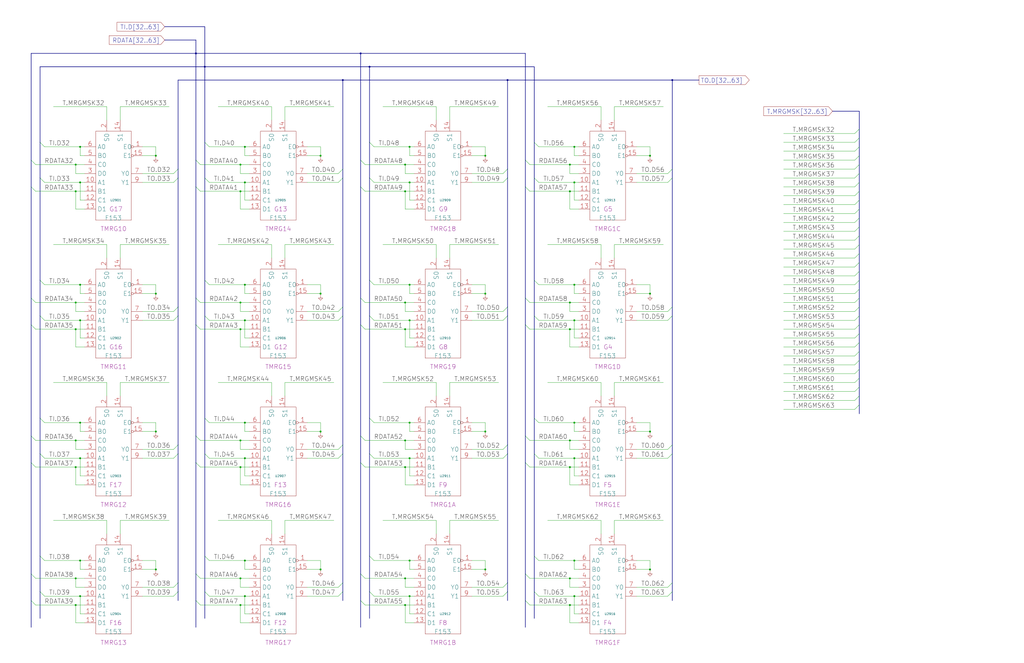
<source format=kicad_sch>
(kicad_sch (version 20250114) (generator "eeschema") (generator_version "9.0")
  (paper "User" 584.2 378.46)
  (title_block (title "MERGER / TYPE HALF LSB'S") (date "20-MAR-90") (rev "1.0") (comment 1 "FIU") (comment 2 "232-003065") (comment 3 "S400") (comment 4 "RELEASED"))
  (junction (at 45.72 162.56))
  (junction (at 276.86 246.38))
  (junction (at 43.18 330.2))
  (junction (at 231.14 251.46))
  (junction (at 45.72 261.62))
  (junction (at 139.7 320.04))
  (junction (at 137.16 330.2))
  (junction (at 88.9 246.38))
  (junction (at 327.66 182.88))
  (junction (at 116.84 38.1))
  (junction (at 233.68 162.56))
  (junction (at 231.14 330.2))
  (junction (at 276.86 167.64))
  (junction (at 137.16 109.22))
  (junction (at 182.88 325.12))
  (junction (at 45.72 182.88))
  (junction (at 325.12 251.46))
  (junction (at 231.14 266.7))
  (junction (at 88.9 88.9))
  (junction (at 43.18 109.22))
  (junction (at 43.18 345.44))
  (junction (at 45.72 104.14))
  (junction (at 289.56 45.72))
  (junction (at 233.68 83.82))
  (junction (at 231.14 93.98))
  (junction (at 139.7 104.14))
  (junction (at 43.18 251.46))
  (junction (at 195.58 45.72))
  (junction (at 139.7 241.3))
  (junction (at 370.84 325.12))
  (junction (at 88.9 325.12))
  (junction (at 327.66 83.82))
  (junction (at 325.12 187.96))
  (junction (at 139.7 261.62))
  (junction (at 383.54 45.72))
  (junction (at 276.86 88.9))
  (junction (at 43.18 187.96))
  (junction (at 45.72 320.04))
  (junction (at 327.66 104.14))
  (junction (at 231.14 187.96))
  (junction (at 139.7 162.56))
  (junction (at 137.16 187.96))
  (junction (at 325.12 330.2))
  (junction (at 233.68 104.14))
  (junction (at 205.74 30.48))
  (junction (at 88.9 167.64))
  (junction (at 325.12 93.98))
  (junction (at 137.16 345.44))
  (junction (at 137.16 172.72))
  (junction (at 137.16 266.7))
  (junction (at 370.84 167.64))
  (junction (at 139.7 182.88))
  (junction (at 327.66 261.62))
  (junction (at 327.66 162.56))
  (junction (at 182.88 246.38))
  (junction (at 233.68 182.88))
  (junction (at 327.66 320.04))
  (junction (at 327.66 340.36))
  (junction (at 139.7 340.36))
  (junction (at 139.7 83.82))
  (junction (at 325.12 172.72))
  (junction (at 210.82 38.1))
  (junction (at 231.14 172.72))
  (junction (at 233.68 320.04))
  (junction (at 231.14 109.22))
  (junction (at 325.12 266.7))
  (junction (at 325.12 109.22))
  (junction (at 45.72 340.36))
  (junction (at 111.76 30.48))
  (junction (at 276.86 325.12))
  (junction (at 182.88 88.9))
  (junction (at 45.72 241.3))
  (junction (at 231.14 345.44))
  (junction (at 233.68 340.36))
  (junction (at 233.68 241.3))
  (junction (at 370.84 246.38))
  (junction (at 137.16 251.46))
  (junction (at 233.68 261.62))
  (junction (at 43.18 172.72))
  (junction (at 182.88 167.64))
  (junction (at 45.72 83.82))
  (junction (at 327.66 241.3))
  (junction (at 43.18 93.98))
  (junction (at 43.18 266.7))
  (junction (at 370.84 88.9))
  (junction (at 325.12 345.44))
  (junction (at 137.16 93.98))
  (bus_entry (at 111.76 185.42) (size 2.54 2.54))
  (bus_entry (at 101.6 259.08) (size -2.54 2.54))
  (bus_entry (at 299.72 327.66) (size 2.54 2.54))
  (bus_entry (at 490.22 134.62) (size -2.54 2.54))
  (bus_entry (at 210.82 238.76) (size 2.54 2.54))
  (bus_entry (at 490.22 175.26) (size -2.54 2.54))
  (bus_entry (at 304.8 101.6) (size 2.54 2.54))
  (bus_entry (at 116.84 337.82) (size 2.54 2.54))
  (bus_entry (at 205.74 248.92) (size 2.54 2.54))
  (bus_entry (at 304.8 238.76) (size 2.54 2.54))
  (bus_entry (at 490.22 99.06) (size -2.54 2.54))
  (bus_entry (at 17.78 342.9) (size 2.54 2.54))
  (bus_entry (at 490.22 73.66) (size -2.54 2.54))
  (bus_entry (at 195.58 259.08) (size -2.54 2.54))
  (bus_entry (at 210.82 337.82) (size 2.54 2.54))
  (bus_entry (at 111.76 342.9) (size 2.54 2.54))
  (bus_entry (at 205.74 170.18) (size 2.54 2.54))
  (bus_entry (at 195.58 101.6) (size -2.54 2.54))
  (bus_entry (at 111.76 91.44) (size 2.54 2.54))
  (bus_entry (at 490.22 185.42) (size -2.54 2.54))
  (bus_entry (at 210.82 160.02) (size 2.54 2.54))
  (bus_entry (at 205.74 327.66) (size 2.54 2.54))
  (bus_entry (at 299.72 170.18) (size 2.54 2.54))
  (bus_entry (at 383.54 254) (size -2.54 2.54))
  (bus_entry (at 289.56 180.34) (size -2.54 2.54))
  (bus_entry (at 111.76 106.68) (size 2.54 2.54))
  (bus_entry (at 210.82 259.08) (size 2.54 2.54))
  (bus_entry (at 17.78 170.18) (size 2.54 2.54))
  (bus_entry (at 111.76 248.92) (size 2.54 2.54))
  (bus_entry (at 22.86 101.6) (size 2.54 2.54))
  (bus_entry (at 101.6 254) (size -2.54 2.54))
  (bus_entry (at 490.22 154.94) (size -2.54 2.54))
  (bus_entry (at 490.22 205.74) (size -2.54 2.54))
  (bus_entry (at 490.22 160.02) (size -2.54 2.54))
  (bus_entry (at 205.74 264.16) (size 2.54 2.54))
  (bus_entry (at 490.22 78.74) (size -2.54 2.54))
  (bus_entry (at 490.22 215.9) (size -2.54 2.54))
  (bus_entry (at 490.22 104.14) (size -2.54 2.54))
  (bus_entry (at 111.76 264.16) (size 2.54 2.54))
  (bus_entry (at 101.6 332.74) (size -2.54 2.54))
  (bus_entry (at 205.74 106.68) (size 2.54 2.54))
  (bus_entry (at 17.78 185.42) (size 2.54 2.54))
  (bus_entry (at 490.22 88.9) (size -2.54 2.54))
  (bus_entry (at 22.86 337.82) (size 2.54 2.54))
  (bus_entry (at 490.22 124.46) (size -2.54 2.54))
  (bus_entry (at 490.22 180.34) (size -2.54 2.54))
  (bus_entry (at 17.78 248.92) (size 2.54 2.54))
  (bus_entry (at 289.56 259.08) (size -2.54 2.54))
  (bus_entry (at 210.82 101.6) (size 2.54 2.54))
  (bus_entry (at 299.72 91.44) (size 2.54 2.54))
  (bus_entry (at 22.86 259.08) (size 2.54 2.54))
  (bus_entry (at 383.54 180.34) (size -2.54 2.54))
  (bus_entry (at 195.58 337.82) (size -2.54 2.54))
  (bus_entry (at 111.76 170.18) (size 2.54 2.54))
  (bus_entry (at 490.22 114.3) (size -2.54 2.54))
  (bus_entry (at 17.78 264.16) (size 2.54 2.54))
  (bus_entry (at 299.72 342.9) (size 2.54 2.54))
  (bus_entry (at 195.58 254) (size -2.54 2.54))
  (bus_entry (at 22.86 160.02) (size 2.54 2.54))
  (bus_entry (at 101.6 337.82) (size -2.54 2.54))
  (bus_entry (at 383.54 101.6) (size -2.54 2.54))
  (bus_entry (at 210.82 180.34) (size 2.54 2.54))
  (bus_entry (at 490.22 83.82) (size -2.54 2.54))
  (bus_entry (at 490.22 144.78) (size -2.54 2.54))
  (bus_entry (at 17.78 327.66) (size 2.54 2.54))
  (bus_entry (at 383.54 96.52) (size -2.54 2.54))
  (bus_entry (at 299.72 185.42) (size 2.54 2.54))
  (bus_entry (at 22.86 180.34) (size 2.54 2.54))
  (bus_entry (at 289.56 175.26) (size -2.54 2.54))
  (bus_entry (at 490.22 170.18) (size -2.54 2.54))
  (bus_entry (at 304.8 317.5) (size 2.54 2.54))
  (bus_entry (at 490.22 119.38) (size -2.54 2.54))
  (bus_entry (at 22.86 238.76) (size 2.54 2.54))
  (bus_entry (at 116.84 81.28) (size 2.54 2.54))
  (bus_entry (at 111.76 327.66) (size 2.54 2.54))
  (bus_entry (at 116.84 238.76) (size 2.54 2.54))
  (bus_entry (at 205.74 342.9) (size 2.54 2.54))
  (bus_entry (at 195.58 332.74) (size -2.54 2.54))
  (bus_entry (at 289.56 337.82) (size -2.54 2.54))
  (bus_entry (at 490.22 210.82) (size -2.54 2.54))
  (bus_entry (at 101.6 175.26) (size -2.54 2.54))
  (bus_entry (at 490.22 109.22) (size -2.54 2.54))
  (bus_entry (at 101.6 96.52) (size -2.54 2.54))
  (bus_entry (at 490.22 220.98) (size -2.54 2.54))
  (bus_entry (at 490.22 231.14) (size -2.54 2.54))
  (bus_entry (at 195.58 175.26) (size -2.54 2.54))
  (bus_entry (at 490.22 190.5) (size -2.54 2.54))
  (bus_entry (at 101.6 180.34) (size -2.54 2.54))
  (bus_entry (at 210.82 81.28) (size 2.54 2.54))
  (bus_entry (at 299.72 248.92) (size 2.54 2.54))
  (bus_entry (at 22.86 317.5) (size 2.54 2.54))
  (bus_entry (at 304.8 81.28) (size 2.54 2.54))
  (bus_entry (at 116.84 317.5) (size 2.54 2.54))
  (bus_entry (at 299.72 264.16) (size 2.54 2.54))
  (bus_entry (at 383.54 175.26) (size -2.54 2.54))
  (bus_entry (at 17.78 91.44) (size 2.54 2.54))
  (bus_entry (at 304.8 259.08) (size 2.54 2.54))
  (bus_entry (at 289.56 332.74) (size -2.54 2.54))
  (bus_entry (at 299.72 106.68) (size 2.54 2.54))
  (bus_entry (at 195.58 96.52) (size -2.54 2.54))
  (bus_entry (at 490.22 93.98) (size -2.54 2.54))
  (bus_entry (at 490.22 226.06) (size -2.54 2.54))
  (bus_entry (at 289.56 101.6) (size -2.54 2.54))
  (bus_entry (at 304.8 337.82) (size 2.54 2.54))
  (bus_entry (at 490.22 200.66) (size -2.54 2.54))
  (bus_entry (at 490.22 129.54) (size -2.54 2.54))
  (bus_entry (at 383.54 259.08) (size -2.54 2.54))
  (bus_entry (at 116.84 160.02) (size 2.54 2.54))
  (bus_entry (at 205.74 185.42) (size 2.54 2.54))
  (bus_entry (at 490.22 165.1) (size -2.54 2.54))
  (bus_entry (at 490.22 139.7) (size -2.54 2.54))
  (bus_entry (at 289.56 254) (size -2.54 2.54))
  (bus_entry (at 289.56 96.52) (size -2.54 2.54))
  (bus_entry (at 22.86 81.28) (size 2.54 2.54))
  (bus_entry (at 304.8 160.02) (size 2.54 2.54))
  (bus_entry (at 116.84 101.6) (size 2.54 2.54))
  (bus_entry (at 383.54 332.74) (size -2.54 2.54))
  (bus_entry (at 490.22 149.86) (size -2.54 2.54))
  (bus_entry (at 116.84 180.34) (size 2.54 2.54))
  (bus_entry (at 210.82 317.5) (size 2.54 2.54))
  (bus_entry (at 116.84 259.08) (size 2.54 2.54))
  (bus_entry (at 490.22 195.58) (size -2.54 2.54))
  (bus_entry (at 195.58 180.34) (size -2.54 2.54))
  (bus_entry (at 383.54 337.82) (size -2.54 2.54))
  (bus_entry (at 304.8 180.34) (size 2.54 2.54))
  (bus_entry (at 101.6 101.6) (size -2.54 2.54))
  (bus_entry (at 17.78 106.68) (size 2.54 2.54))
  (bus_entry (at 205.74 91.44) (size 2.54 2.54))
  (wire (pts (xy 139.7 241.3) (xy 142.24 241.3)))
  (bus (pts (xy 289.56 180.34) (xy 289.56 254)))
  (wire (pts (xy 256.54 297.18) (xy 284.48 297.18)))
  (bus (pts (xy 289.56 332.74) (xy 289.56 337.82)))
  (wire (pts (xy 325.12 177.8) (xy 325.12 172.72)))
  (wire (pts (xy 269.24 340.36) (xy 287.02 340.36)))
  (bus (pts (xy 490.22 139.7) (xy 490.22 144.78)))
  (wire (pts (xy 68.58 147.32) (xy 68.58 139.7)))
  (wire (pts (xy 68.58 139.7) (xy 96.52 139.7)))
  (wire (pts (xy 256.54 304.8) (xy 256.54 297.18)))
  (bus (pts (xy 22.86 180.34) (xy 22.86 238.76)))
  (wire (pts (xy 447.04 177.8) (xy 487.68 177.8)))
  (wire (pts (xy 43.18 172.72) (xy 48.26 172.72)))
  (wire (pts (xy 236.22 256.54) (xy 231.14 256.54)))
  (bus (pts (xy 383.54 101.6) (xy 383.54 175.26)))
  (wire (pts (xy 20.32 93.98) (xy 43.18 93.98)))
  (wire (pts (xy 269.24 104.14) (xy 287.02 104.14)))
  (wire (pts (xy 20.32 172.72) (xy 43.18 172.72)))
  (wire (pts (xy 327.66 241.3) (xy 330.2 241.3)))
  (wire (pts (xy 233.68 88.9) (xy 233.68 83.82)))
  (wire (pts (xy 68.58 60.96) (xy 96.52 60.96)))
  (wire (pts (xy 60.96 147.32) (xy 60.96 139.7)))
  (bus (pts (xy 17.78 342.9) (xy 17.78 358.14)))
  (wire (pts (xy 302.26 187.96) (xy 325.12 187.96)))
  (wire (pts (xy 208.28 109.22) (xy 231.14 109.22)))
  (bus (pts (xy 22.86 38.1) (xy 116.84 38.1)))
  (wire (pts (xy 307.34 162.56) (xy 327.66 162.56)))
  (wire (pts (xy 139.7 325.12) (xy 139.7 320.04)))
  (wire (pts (xy 175.26 99.06) (xy 193.04 99.06)))
  (bus (pts (xy 490.22 124.46) (xy 490.22 129.54)))
  (wire (pts (xy 233.68 261.62) (xy 236.22 261.62)))
  (wire (pts (xy 302.26 266.7) (xy 325.12 266.7)))
  (wire (pts (xy 208.28 266.7) (xy 231.14 266.7)))
  (wire (pts (xy 142.24 167.64) (xy 139.7 167.64)))
  (bus (pts (xy 195.58 180.34) (xy 195.58 254)))
  (wire (pts (xy 233.68 320.04) (xy 236.22 320.04)))
  (wire (pts (xy 45.72 162.56) (xy 48.26 162.56)))
  (wire (pts (xy 327.66 182.88) (xy 330.2 182.88)))
  (wire (pts (xy 137.16 266.7) (xy 142.24 266.7)))
  (wire (pts (xy 45.72 340.36) (xy 48.26 340.36)))
  (wire (pts (xy 43.18 109.22) (xy 48.26 109.22)))
  (wire (pts (xy 43.18 266.7) (xy 48.26 266.7)))
  (wire (pts (xy 45.72 88.9) (xy 45.72 83.82)))
  (bus (pts (xy 17.78 91.44) (xy 17.78 106.68)))
  (wire (pts (xy 248.92 304.8) (xy 248.92 297.18)))
  (bus (pts (xy 490.22 154.94) (xy 490.22 160.02)))
  (wire (pts (xy 81.28 167.64) (xy 88.9 167.64)))
  (wire (pts (xy 236.22 119.38) (xy 231.14 119.38)))
  (wire (pts (xy 447.04 86.36) (xy 487.68 86.36)))
  (bus (pts (xy 490.22 149.86) (xy 490.22 154.94)))
  (wire (pts (xy 236.22 276.86) (xy 231.14 276.86)))
  (bus (pts (xy 22.86 160.02) (xy 22.86 180.34)))
  (bus (pts (xy 289.56 337.82) (xy 289.56 342.9)))
  (wire (pts (xy 327.66 104.14) (xy 330.2 104.14)))
  (wire (pts (xy 218.44 60.96) (xy 248.92 60.96)))
  (wire (pts (xy 45.72 246.38) (xy 45.72 241.3)))
  (wire (pts (xy 137.16 187.96) (xy 142.24 187.96)))
  (wire (pts (xy 325.12 119.38) (xy 325.12 109.22)))
  (wire (pts (xy 162.56 218.44) (xy 190.5 218.44)))
  (wire (pts (xy 20.32 266.7) (xy 43.18 266.7)))
  (wire (pts (xy 269.24 182.88) (xy 287.02 182.88)))
  (wire (pts (xy 139.7 350.52) (xy 139.7 340.36)))
  (bus (pts (xy 210.82 317.5) (xy 210.82 337.82)))
  (wire (pts (xy 327.66 193.04) (xy 327.66 182.88)))
  (wire (pts (xy 142.24 114.3) (xy 139.7 114.3)))
  (wire (pts (xy 119.38 162.56) (xy 139.7 162.56)))
  (wire (pts (xy 370.84 83.82) (xy 370.84 88.9)))
  (wire (pts (xy 447.04 91.44) (xy 487.68 91.44)))
  (bus (pts (xy 490.22 215.9) (xy 490.22 220.98)))
  (bus (pts (xy 22.86 238.76) (xy 22.86 259.08)))
  (wire (pts (xy 81.28 246.38) (xy 88.9 246.38)))
  (bus (pts (xy 490.22 83.82) (xy 490.22 88.9)))
  (wire (pts (xy 182.88 241.3) (xy 182.88 246.38)))
  (wire (pts (xy 447.04 182.88) (xy 487.68 182.88)))
  (wire (pts (xy 447.04 116.84) (xy 487.68 116.84)))
  (wire (pts (xy 162.56 297.18) (xy 190.5 297.18)))
  (wire (pts (xy 330.2 335.28) (xy 325.12 335.28)))
  (bus (pts (xy 210.82 38.1) (xy 210.82 81.28)))
  (bus (pts (xy 101.6 254) (xy 101.6 259.08)))
  (wire (pts (xy 43.18 276.86) (xy 43.18 266.7)))
  (wire (pts (xy 248.92 226.06) (xy 248.92 218.44)))
  (bus (pts (xy 490.22 109.22) (xy 490.22 114.3)))
  (wire (pts (xy 60.96 68.58) (xy 60.96 60.96)))
  (wire (pts (xy 25.4 320.04) (xy 45.72 320.04)))
  (wire (pts (xy 350.52 226.06) (xy 350.52 218.44)))
  (bus (pts (xy 304.8 259.08) (xy 304.8 317.5)))
  (wire (pts (xy 137.16 335.28) (xy 137.16 330.2)))
  (wire (pts (xy 363.22 104.14) (xy 381 104.14)))
  (bus (pts (xy 93.98 15.24) (xy 116.84 15.24)))
  (bus (pts (xy 490.22 231.14) (xy 490.22 236.22)))
  (bus (pts (xy 205.74 327.66) (xy 205.74 342.9)))
  (wire (pts (xy 236.22 350.52) (xy 233.68 350.52)))
  (bus (pts (xy 116.84 160.02) (xy 116.84 180.34)))
  (bus (pts (xy 17.78 185.42) (xy 17.78 248.92)))
  (bus (pts (xy 17.78 327.66) (xy 17.78 342.9)))
  (bus (pts (xy 210.82 81.28) (xy 210.82 101.6)))
  (bus (pts (xy 210.82 38.1) (xy 304.8 38.1)))
  (wire (pts (xy 114.3 109.22) (xy 137.16 109.22)))
  (wire (pts (xy 48.26 99.06) (xy 43.18 99.06)))
  (wire (pts (xy 269.24 325.12) (xy 276.86 325.12)))
  (wire (pts (xy 276.86 241.3) (xy 276.86 246.38)))
  (wire (pts (xy 302.26 109.22) (xy 325.12 109.22)))
  (wire (pts (xy 20.32 251.46) (xy 43.18 251.46)))
  (wire (pts (xy 302.26 330.2) (xy 325.12 330.2)))
  (wire (pts (xy 236.22 88.9) (xy 233.68 88.9)))
  (wire (pts (xy 307.34 241.3) (xy 327.66 241.3)))
  (wire (pts (xy 43.18 256.54) (xy 43.18 251.46)))
  (wire (pts (xy 256.54 226.06) (xy 256.54 218.44)))
  (wire (pts (xy 25.4 162.56) (xy 45.72 162.56)))
  (wire (pts (xy 162.56 139.7) (xy 190.5 139.7)))
  (wire (pts (xy 137.16 256.54) (xy 137.16 251.46)))
  (wire (pts (xy 363.22 167.64) (xy 370.84 167.64)))
  (wire (pts (xy 233.68 271.78) (xy 233.68 261.62)))
  (wire (pts (xy 325.12 335.28) (xy 325.12 330.2)))
  (bus (pts (xy 490.22 99.06) (xy 490.22 104.14)))
  (bus (pts (xy 111.76 30.48) (xy 205.74 30.48)))
  (wire (pts (xy 330.2 119.38) (xy 325.12 119.38)))
  (wire (pts (xy 363.22 162.56) (xy 370.84 162.56)))
  (wire (pts (xy 327.66 162.56) (xy 330.2 162.56)))
  (wire (pts (xy 208.28 330.2) (xy 231.14 330.2)))
  (wire (pts (xy 142.24 325.12) (xy 139.7 325.12)))
  (wire (pts (xy 182.88 320.04) (xy 182.88 325.12)))
  (bus (pts (xy 304.8 238.76) (xy 304.8 259.08)))
  (bus (pts (xy 490.22 170.18) (xy 490.22 175.26)))
  (wire (pts (xy 269.24 167.64) (xy 276.86 167.64)))
  (wire (pts (xy 363.22 241.3) (xy 370.84 241.3)))
  (bus (pts (xy 111.76 30.48) (xy 111.76 91.44)))
  (wire (pts (xy 233.68 162.56) (xy 236.22 162.56)))
  (wire (pts (xy 312.42 139.7) (xy 342.9 139.7)))
  (bus (pts (xy 195.58 337.82) (xy 195.58 342.9)))
  (wire (pts (xy 447.04 142.24) (xy 487.68 142.24)))
  (wire (pts (xy 218.44 297.18) (xy 248.92 297.18)))
  (bus (pts (xy 299.72 342.9) (xy 299.72 358.14)))
  (wire (pts (xy 137.16 251.46) (xy 142.24 251.46)))
  (wire (pts (xy 447.04 132.08) (xy 487.68 132.08)))
  (wire (pts (xy 137.16 99.06) (xy 137.16 93.98)))
  (bus (pts (xy 195.58 332.74) (xy 195.58 337.82)))
  (wire (pts (xy 208.28 172.72) (xy 231.14 172.72)))
  (wire (pts (xy 162.56 68.58) (xy 162.56 60.96)))
  (wire (pts (xy 447.04 106.68) (xy 487.68 106.68)))
  (wire (pts (xy 330.2 167.64) (xy 327.66 167.64)))
  (wire (pts (xy 175.26 246.38) (xy 182.88 246.38)))
  (wire (pts (xy 124.46 60.96) (xy 154.94 60.96)))
  (wire (pts (xy 447.04 218.44) (xy 487.68 218.44)))
  (bus (pts (xy 22.86 81.28) (xy 22.86 101.6)))
  (wire (pts (xy 182.88 83.82) (xy 182.88 88.9)))
  (wire (pts (xy 81.28 177.8) (xy 99.06 177.8)))
  (wire (pts (xy 43.18 345.44) (xy 48.26 345.44)))
  (bus (pts (xy 111.76 327.66) (xy 111.76 342.9)))
  (wire (pts (xy 363.22 325.12) (xy 370.84 325.12)))
  (wire (pts (xy 137.16 109.22) (xy 142.24 109.22)))
  (bus (pts (xy 116.84 15.24) (xy 116.84 38.1)))
  (wire (pts (xy 447.04 228.6) (xy 487.68 228.6)))
  (wire (pts (xy 45.72 114.3) (xy 45.72 104.14)))
  (bus (pts (xy 490.22 185.42) (xy 490.22 190.5)))
  (wire (pts (xy 276.86 162.56) (xy 276.86 167.64)))
  (wire (pts (xy 81.28 104.14) (xy 99.06 104.14)))
  (wire (pts (xy 307.34 83.82) (xy 327.66 83.82)))
  (wire (pts (xy 137.16 93.98) (xy 142.24 93.98)))
  (wire (pts (xy 43.18 93.98) (xy 48.26 93.98)))
  (bus (pts (xy 116.84 38.1) (xy 210.82 38.1)))
  (wire (pts (xy 363.22 88.9) (xy 370.84 88.9)))
  (wire (pts (xy 236.22 177.8) (xy 231.14 177.8)))
  (wire (pts (xy 307.34 261.62) (xy 327.66 261.62)))
  (wire (pts (xy 137.16 119.38) (xy 137.16 109.22)))
  (wire (pts (xy 302.26 172.72) (xy 325.12 172.72)))
  (bus (pts (xy 383.54 180.34) (xy 383.54 254)))
  (bus (pts (xy 195.58 96.52) (xy 195.58 101.6)))
  (wire (pts (xy 25.4 241.3) (xy 45.72 241.3)))
  (bus (pts (xy 490.22 114.3) (xy 490.22 119.38)))
  (wire (pts (xy 119.38 320.04) (xy 139.7 320.04)))
  (wire (pts (xy 231.14 330.2) (xy 236.22 330.2)))
  (bus (pts (xy 101.6 101.6) (xy 101.6 175.26)))
  (wire (pts (xy 114.3 251.46) (xy 137.16 251.46)))
  (wire (pts (xy 154.94 226.06) (xy 154.94 218.44)))
  (wire (pts (xy 139.7 88.9) (xy 139.7 83.82)))
  (wire (pts (xy 175.26 162.56) (xy 182.88 162.56)))
  (bus (pts (xy 304.8 101.6) (xy 304.8 160.02)))
  (wire (pts (xy 312.42 60.96) (xy 342.9 60.96)))
  (wire (pts (xy 48.26 325.12) (xy 45.72 325.12)))
  (bus (pts (xy 111.76 170.18) (xy 111.76 185.42)))
  (wire (pts (xy 175.26 241.3) (xy 182.88 241.3)))
  (wire (pts (xy 325.12 276.86) (xy 325.12 266.7)))
  (wire (pts (xy 45.72 241.3) (xy 48.26 241.3)))
  (bus (pts (xy 195.58 259.08) (xy 195.58 332.74)))
  (bus (pts (xy 490.22 160.02) (xy 490.22 165.1)))
  (bus (pts (xy 383.54 175.26) (xy 383.54 180.34)))
  (bus (pts (xy 210.82 259.08) (xy 210.82 317.5)))
  (wire (pts (xy 175.26 182.88) (xy 193.04 182.88)))
  (wire (pts (xy 208.28 93.98) (xy 231.14 93.98)))
  (wire (pts (xy 119.38 261.62) (xy 139.7 261.62)))
  (wire (pts (xy 330.2 177.8) (xy 325.12 177.8)))
  (wire (pts (xy 447.04 172.72) (xy 487.68 172.72)))
  (bus (pts (xy 383.54 45.72) (xy 398.78 45.72)))
  (bus (pts (xy 289.56 101.6) (xy 289.56 175.26)))
  (wire (pts (xy 88.9 241.3) (xy 88.9 246.38)))
  (wire (pts (xy 447.04 193.04) (xy 487.68 193.04)))
  (wire (pts (xy 302.26 93.98) (xy 325.12 93.98)))
  (wire (pts (xy 325.12 99.06) (xy 325.12 93.98)))
  (bus (pts (xy 289.56 259.08) (xy 289.56 332.74)))
  (wire (pts (xy 139.7 261.62) (xy 142.24 261.62)))
  (wire (pts (xy 175.26 256.54) (xy 193.04 256.54)))
  (wire (pts (xy 175.26 83.82) (xy 182.88 83.82)))
  (wire (pts (xy 119.38 104.14) (xy 139.7 104.14)))
  (wire (pts (xy 307.34 320.04) (xy 327.66 320.04)))
  (wire (pts (xy 447.04 96.52) (xy 487.68 96.52)))
  (wire (pts (xy 45.72 320.04) (xy 48.26 320.04)))
  (wire (pts (xy 114.3 93.98) (xy 137.16 93.98)))
  (wire (pts (xy 81.28 320.04) (xy 88.9 320.04)))
  (wire (pts (xy 330.2 198.12) (xy 325.12 198.12)))
  (wire (pts (xy 81.28 241.3) (xy 88.9 241.3)))
  (wire (pts (xy 327.66 167.64) (xy 327.66 162.56)))
  (wire (pts (xy 48.26 276.86) (xy 43.18 276.86)))
  (wire (pts (xy 231.14 119.38) (xy 231.14 109.22)))
  (wire (pts (xy 248.92 68.58) (xy 248.92 60.96)))
  (wire (pts (xy 233.68 340.36) (xy 236.22 340.36)))
  (wire (pts (xy 68.58 297.18) (xy 96.52 297.18)))
  (wire (pts (xy 325.12 109.22) (xy 330.2 109.22)))
  (wire (pts (xy 139.7 340.36) (xy 142.24 340.36)))
  (bus (pts (xy 116.84 337.82) (xy 116.84 353.06)))
  (bus (pts (xy 299.72 91.44) (xy 299.72 106.68)))
  (bus (pts (xy 205.74 30.48) (xy 299.72 30.48)))
  (bus (pts (xy 383.54 332.74) (xy 383.54 337.82)))
  (wire (pts (xy 48.26 271.78) (xy 45.72 271.78)))
  (wire (pts (xy 350.52 304.8) (xy 350.52 297.18)))
  (wire (pts (xy 363.22 99.06) (xy 381 99.06)))
  (wire (pts (xy 269.24 88.9) (xy 276.86 88.9)))
  (wire (pts (xy 20.32 187.96) (xy 43.18 187.96)))
  (wire (pts (xy 233.68 114.3) (xy 233.68 104.14)))
  (bus (pts (xy 205.74 170.18) (xy 205.74 185.42)))
  (bus (pts (xy 299.72 327.66) (xy 299.72 342.9)))
  (bus (pts (xy 490.22 104.14) (xy 490.22 109.22)))
  (bus (pts (xy 304.8 180.34) (xy 304.8 238.76)))
  (wire (pts (xy 307.34 104.14) (xy 327.66 104.14)))
  (wire (pts (xy 48.26 177.8) (xy 43.18 177.8)))
  (bus (pts (xy 116.84 38.1) (xy 116.84 81.28)))
  (wire (pts (xy 48.26 114.3) (xy 45.72 114.3)))
  (wire (pts (xy 175.26 340.36) (xy 193.04 340.36)))
  (bus (pts (xy 490.22 165.1) (xy 490.22 170.18)))
  (wire (pts (xy 342.9 304.8) (xy 342.9 297.18)))
  (bus (pts (xy 205.74 185.42) (xy 205.74 248.92)))
  (wire (pts (xy 447.04 203.2) (xy 487.68 203.2)))
  (wire (pts (xy 312.42 297.18) (xy 342.9 297.18)))
  (wire (pts (xy 175.26 335.28) (xy 193.04 335.28)))
  (wire (pts (xy 114.3 172.72) (xy 137.16 172.72)))
  (wire (pts (xy 124.46 297.18) (xy 154.94 297.18)))
  (wire (pts (xy 330.2 99.06) (xy 325.12 99.06)))
  (wire (pts (xy 119.38 340.36) (xy 139.7 340.36)))
  (bus (pts (xy 17.78 106.68) (xy 17.78 170.18)))
  (wire (pts (xy 327.66 246.38) (xy 327.66 241.3)))
  (wire (pts (xy 447.04 157.48) (xy 487.68 157.48)))
  (bus (pts (xy 289.56 45.72) (xy 383.54 45.72)))
  (wire (pts (xy 20.32 330.2) (xy 43.18 330.2)))
  (wire (pts (xy 370.84 320.04) (xy 370.84 325.12)))
  (wire (pts (xy 114.3 266.7) (xy 137.16 266.7)))
  (bus (pts (xy 195.58 45.72) (xy 289.56 45.72)))
  (wire (pts (xy 25.4 340.36) (xy 45.72 340.36)))
  (wire (pts (xy 312.42 218.44) (xy 342.9 218.44)))
  (wire (pts (xy 45.72 350.52) (xy 45.72 340.36)))
  (bus (pts (xy 116.84 317.5) (xy 116.84 337.82)))
  (wire (pts (xy 233.68 193.04) (xy 233.68 182.88)))
  (bus (pts (xy 304.8 81.28) (xy 304.8 101.6)))
  (bus (pts (xy 101.6 337.82) (xy 101.6 342.9)))
  (bus (pts (xy 289.56 254) (xy 289.56 259.08)))
  (wire (pts (xy 330.2 325.12) (xy 327.66 325.12)))
  (wire (pts (xy 154.94 304.8) (xy 154.94 297.18)))
  (wire (pts (xy 363.22 335.28) (xy 381 335.28)))
  (wire (pts (xy 447.04 111.76) (xy 487.68 111.76)))
  (wire (pts (xy 236.22 335.28) (xy 231.14 335.28)))
  (wire (pts (xy 363.22 320.04) (xy 370.84 320.04)))
  (wire (pts (xy 81.28 261.62) (xy 99.06 261.62)))
  (wire (pts (xy 236.22 271.78) (xy 233.68 271.78)))
  (wire (pts (xy 350.52 147.32) (xy 350.52 139.7)))
  (wire (pts (xy 43.18 119.38) (xy 43.18 109.22)))
  (wire (pts (xy 81.28 162.56) (xy 88.9 162.56)))
  (wire (pts (xy 327.66 340.36) (xy 330.2 340.36)))
  (wire (pts (xy 447.04 101.6) (xy 487.68 101.6)))
  (wire (pts (xy 142.24 119.38) (xy 137.16 119.38)))
  (wire (pts (xy 231.14 276.86) (xy 231.14 266.7)))
  (wire (pts (xy 330.2 193.04) (xy 327.66 193.04)))
  (wire (pts (xy 269.24 99.06) (xy 287.02 99.06)))
  (bus (pts (xy 490.22 88.9) (xy 490.22 93.98)))
  (wire (pts (xy 139.7 320.04) (xy 142.24 320.04)))
  (bus (pts (xy 490.22 195.58) (xy 490.22 200.66)))
  (bus (pts (xy 111.76 342.9) (xy 111.76 358.14)))
  (wire (pts (xy 137.16 172.72) (xy 142.24 172.72)))
  (bus (pts (xy 490.22 205.74) (xy 490.22 210.82)))
  (wire (pts (xy 43.18 335.28) (xy 43.18 330.2)))
  (wire (pts (xy 269.24 177.8) (xy 287.02 177.8)))
  (wire (pts (xy 307.34 340.36) (xy 327.66 340.36)))
  (bus (pts (xy 22.86 259.08) (xy 22.86 317.5)))
  (wire (pts (xy 330.2 88.9) (xy 327.66 88.9)))
  (bus (pts (xy 205.74 30.48) (xy 205.74 91.44)))
  (wire (pts (xy 213.36 162.56) (xy 233.68 162.56)))
  (wire (pts (xy 269.24 162.56) (xy 276.86 162.56)))
  (wire (pts (xy 182.88 162.56) (xy 182.88 167.64)))
  (wire (pts (xy 350.52 297.18) (xy 378.46 297.18)))
  (wire (pts (xy 45.72 83.82) (xy 48.26 83.82)))
  (bus (pts (xy 490.22 220.98) (xy 490.22 226.06)))
  (wire (pts (xy 236.22 114.3) (xy 233.68 114.3)))
  (wire (pts (xy 137.16 198.12) (xy 137.16 187.96)))
  (wire (pts (xy 213.36 320.04) (xy 233.68 320.04)))
  (bus (pts (xy 383.54 254) (xy 383.54 259.08)))
  (wire (pts (xy 218.44 139.7) (xy 248.92 139.7)))
  (wire (pts (xy 218.44 218.44) (xy 248.92 218.44)))
  (wire (pts (xy 48.26 256.54) (xy 43.18 256.54)))
  (bus (pts (xy 111.76 185.42) (xy 111.76 248.92)))
  (bus (pts (xy 299.72 170.18) (xy 299.72 185.42)))
  (wire (pts (xy 48.26 355.6) (xy 43.18 355.6)))
  (wire (pts (xy 302.26 345.44) (xy 325.12 345.44)))
  (bus (pts (xy 101.6 96.52) (xy 101.6 101.6)))
  (wire (pts (xy 43.18 177.8) (xy 43.18 172.72)))
  (bus (pts (xy 116.84 180.34) (xy 116.84 238.76)))
  (wire (pts (xy 43.18 355.6) (xy 43.18 345.44)))
  (wire (pts (xy 447.04 233.68) (xy 487.68 233.68)))
  (wire (pts (xy 325.12 251.46) (xy 330.2 251.46)))
  (wire (pts (xy 350.52 68.58) (xy 350.52 60.96)))
  (wire (pts (xy 447.04 208.28) (xy 487.68 208.28)))
  (wire (pts (xy 88.9 162.56) (xy 88.9 167.64)))
  (wire (pts (xy 137.16 355.6) (xy 137.16 345.44)))
  (wire (pts (xy 363.22 340.36) (xy 381 340.36)))
  (wire (pts (xy 269.24 83.82) (xy 276.86 83.82)))
  (wire (pts (xy 363.22 261.62) (xy 381 261.62)))
  (wire (pts (xy 114.3 330.2) (xy 137.16 330.2)))
  (bus (pts (xy 490.22 180.34) (xy 490.22 185.42)))
  (wire (pts (xy 30.48 218.44) (xy 60.96 218.44)))
  (wire (pts (xy 81.28 335.28) (xy 99.06 335.28)))
  (wire (pts (xy 81.28 88.9) (xy 88.9 88.9)))
  (wire (pts (xy 276.86 320.04) (xy 276.86 325.12)))
  (bus (pts (xy 474.98 63.5) (xy 490.22 63.5)))
  (wire (pts (xy 447.04 137.16) (xy 487.68 137.16)))
  (wire (pts (xy 139.7 246.38) (xy 139.7 241.3)))
  (bus (pts (xy 17.78 30.48) (xy 17.78 91.44)))
  (wire (pts (xy 330.2 350.52) (xy 327.66 350.52)))
  (wire (pts (xy 124.46 139.7) (xy 154.94 139.7)))
  (wire (pts (xy 60.96 226.06) (xy 60.96 218.44)))
  (wire (pts (xy 213.36 182.88) (xy 233.68 182.88)))
  (wire (pts (xy 447.04 187.96) (xy 487.68 187.96)))
  (wire (pts (xy 330.2 256.54) (xy 325.12 256.54)))
  (wire (pts (xy 60.96 304.8) (xy 60.96 297.18)))
  (wire (pts (xy 48.26 198.12) (xy 43.18 198.12)))
  (wire (pts (xy 269.24 261.62) (xy 287.02 261.62)))
  (bus (pts (xy 490.22 134.62) (xy 490.22 139.7)))
  (wire (pts (xy 48.26 350.52) (xy 45.72 350.52)))
  (wire (pts (xy 447.04 152.4) (xy 487.68 152.4)))
  (wire (pts (xy 370.84 162.56) (xy 370.84 167.64)))
  (wire (pts (xy 139.7 162.56) (xy 142.24 162.56)))
  (wire (pts (xy 363.22 177.8) (xy 381 177.8)))
  (wire (pts (xy 142.24 355.6) (xy 137.16 355.6)))
  (wire (pts (xy 236.22 167.64) (xy 233.68 167.64)))
  (wire (pts (xy 81.28 256.54) (xy 99.06 256.54)))
  (wire (pts (xy 363.22 246.38) (xy 370.84 246.38)))
  (wire (pts (xy 325.12 266.7) (xy 330.2 266.7)))
  (wire (pts (xy 327.66 114.3) (xy 327.66 104.14)))
  (bus (pts (xy 205.74 248.92) (xy 205.74 264.16)))
  (wire (pts (xy 236.22 246.38) (xy 233.68 246.38)))
  (wire (pts (xy 48.26 167.64) (xy 45.72 167.64)))
  (wire (pts (xy 45.72 104.14) (xy 48.26 104.14)))
  (wire (pts (xy 139.7 83.82) (xy 142.24 83.82)))
  (wire (pts (xy 175.26 177.8) (xy 193.04 177.8)))
  (wire (pts (xy 81.28 99.06) (xy 99.06 99.06)))
  (wire (pts (xy 231.14 99.06) (xy 231.14 93.98)))
  (wire (pts (xy 269.24 241.3) (xy 276.86 241.3)))
  (wire (pts (xy 325.12 355.6) (xy 325.12 345.44)))
  (wire (pts (xy 142.24 271.78) (xy 139.7 271.78)))
  (wire (pts (xy 45.72 182.88) (xy 48.26 182.88)))
  (bus (pts (xy 299.72 106.68) (xy 299.72 170.18)))
  (wire (pts (xy 325.12 187.96) (xy 330.2 187.96)))
  (bus (pts (xy 101.6 45.72) (xy 195.58 45.72)))
  (bus (pts (xy 116.84 238.76) (xy 116.84 259.08)))
  (bus (pts (xy 17.78 170.18) (xy 17.78 185.42)))
  (wire (pts (xy 256.54 139.7) (xy 284.48 139.7)))
  (wire (pts (xy 137.16 177.8) (xy 137.16 172.72)))
  (bus (pts (xy 299.72 264.16) (xy 299.72 327.66)))
  (wire (pts (xy 231.14 256.54) (xy 231.14 251.46)))
  (wire (pts (xy 233.68 182.88) (xy 236.22 182.88)))
  (wire (pts (xy 175.26 167.64) (xy 182.88 167.64)))
  (wire (pts (xy 363.22 182.88) (xy 381 182.88)))
  (wire (pts (xy 88.9 83.82) (xy 88.9 88.9)))
  (bus (pts (xy 101.6 180.34) (xy 101.6 254)))
  (bus (pts (xy 490.22 129.54) (xy 490.22 134.62)))
  (bus (pts (xy 304.8 160.02) (xy 304.8 180.34)))
  (wire (pts (xy 43.18 198.12) (xy 43.18 187.96)))
  (bus (pts (xy 101.6 175.26) (xy 101.6 180.34)))
  (wire (pts (xy 25.4 261.62) (xy 45.72 261.62)))
  (wire (pts (xy 175.26 261.62) (xy 193.04 261.62)))
  (wire (pts (xy 342.9 226.06) (xy 342.9 218.44)))
  (bus (pts (xy 22.86 38.1) (xy 22.86 81.28)))
  (wire (pts (xy 142.24 88.9) (xy 139.7 88.9)))
  (wire (pts (xy 81.28 182.88) (xy 99.06 182.88)))
  (bus (pts (xy 22.86 337.82) (xy 22.86 353.06)))
  (wire (pts (xy 213.36 241.3) (xy 233.68 241.3)))
  (wire (pts (xy 231.14 335.28) (xy 231.14 330.2)))
  (bus (pts (xy 205.74 264.16) (xy 205.74 327.66)))
  (wire (pts (xy 233.68 350.52) (xy 233.68 340.36)))
  (bus (pts (xy 490.22 73.66) (xy 490.22 78.74)))
  (bus (pts (xy 210.82 337.82) (xy 210.82 353.06)))
  (bus (pts (xy 490.22 200.66) (xy 490.22 205.74)))
  (wire (pts (xy 256.54 60.96) (xy 284.48 60.96)))
  (wire (pts (xy 142.24 335.28) (xy 137.16 335.28)))
  (wire (pts (xy 137.16 330.2) (xy 142.24 330.2)))
  (bus (pts (xy 304.8 337.82) (xy 304.8 353.06)))
  (wire (pts (xy 307.34 182.88) (xy 327.66 182.88)))
  (wire (pts (xy 162.56 60.96) (xy 190.5 60.96)))
  (wire (pts (xy 325.12 330.2) (xy 330.2 330.2)))
  (bus (pts (xy 17.78 264.16) (xy 17.78 327.66)))
  (bus (pts (xy 205.74 106.68) (xy 205.74 170.18)))
  (bus (pts (xy 111.76 106.68) (xy 111.76 170.18)))
  (wire (pts (xy 30.48 139.7) (xy 60.96 139.7)))
  (wire (pts (xy 137.16 276.86) (xy 137.16 266.7)))
  (bus (pts (xy 111.76 264.16) (xy 111.76 327.66)))
  (bus (pts (xy 116.84 81.28) (xy 116.84 101.6)))
  (wire (pts (xy 48.26 193.04) (xy 45.72 193.04)))
  (wire (pts (xy 256.54 68.58) (xy 256.54 60.96)))
  (bus (pts (xy 490.22 190.5) (xy 490.22 195.58)))
  (bus (pts (xy 93.98 22.86) (xy 111.76 22.86)))
  (bus (pts (xy 383.54 45.72) (xy 383.54 96.52)))
  (wire (pts (xy 269.24 256.54) (xy 287.02 256.54)))
  (wire (pts (xy 20.32 109.22) (xy 43.18 109.22)))
  (wire (pts (xy 236.22 355.6) (xy 231.14 355.6)))
  (wire (pts (xy 447.04 121.92) (xy 487.68 121.92)))
  (wire (pts (xy 119.38 83.82) (xy 139.7 83.82)))
  (wire (pts (xy 139.7 114.3) (xy 139.7 104.14)))
  (wire (pts (xy 43.18 251.46) (xy 48.26 251.46)))
  (wire (pts (xy 142.24 193.04) (xy 139.7 193.04)))
  (bus (pts (xy 383.54 259.08) (xy 383.54 332.74)))
  (wire (pts (xy 236.22 325.12) (xy 233.68 325.12)))
  (wire (pts (xy 269.24 320.04) (xy 276.86 320.04)))
  (bus (pts (xy 383.54 337.82) (xy 383.54 342.9)))
  (wire (pts (xy 231.14 345.44) (xy 236.22 345.44)))
  (wire (pts (xy 43.18 330.2) (xy 48.26 330.2)))
  (wire (pts (xy 236.22 193.04) (xy 233.68 193.04)))
  (wire (pts (xy 81.28 325.12) (xy 88.9 325.12)))
  (wire (pts (xy 231.14 198.12) (xy 231.14 187.96)))
  (wire (pts (xy 213.36 340.36) (xy 233.68 340.36)))
  (wire (pts (xy 269.24 335.28) (xy 287.02 335.28)))
  (wire (pts (xy 30.48 297.18) (xy 60.96 297.18)))
  (bus (pts (xy 205.74 91.44) (xy 205.74 106.68)))
  (wire (pts (xy 154.94 147.32) (xy 154.94 139.7)))
  (wire (pts (xy 142.24 99.06) (xy 137.16 99.06)))
  (wire (pts (xy 447.04 167.64) (xy 487.68 167.64)))
  (bus (pts (xy 17.78 30.48) (xy 111.76 30.48)))
  (wire (pts (xy 327.66 350.52) (xy 327.66 340.36)))
  (wire (pts (xy 231.14 355.6) (xy 231.14 345.44)))
  (wire (pts (xy 327.66 83.82) (xy 330.2 83.82)))
  (wire (pts (xy 114.3 345.44) (xy 137.16 345.44)))
  (bus (pts (xy 195.58 45.72) (xy 195.58 96.52)))
  (wire (pts (xy 142.24 177.8) (xy 137.16 177.8)))
  (wire (pts (xy 30.48 60.96) (xy 60.96 60.96)))
  (wire (pts (xy 20.32 345.44) (xy 43.18 345.44)))
  (wire (pts (xy 142.24 246.38) (xy 139.7 246.38)))
  (bus (pts (xy 490.22 210.82) (xy 490.22 215.9)))
  (bus (pts (xy 116.84 101.6) (xy 116.84 160.02)))
  (wire (pts (xy 162.56 147.32) (xy 162.56 139.7)))
  (wire (pts (xy 327.66 320.04) (xy 330.2 320.04)))
  (wire (pts (xy 142.24 350.52) (xy 139.7 350.52)))
  (wire (pts (xy 154.94 68.58) (xy 154.94 60.96)))
  (wire (pts (xy 342.9 68.58) (xy 342.9 60.96)))
  (wire (pts (xy 231.14 251.46) (xy 236.22 251.46)))
  (wire (pts (xy 330.2 355.6) (xy 325.12 355.6)))
  (wire (pts (xy 48.26 88.9) (xy 45.72 88.9)))
  (wire (pts (xy 25.4 182.88) (xy 45.72 182.88)))
  (bus (pts (xy 101.6 259.08) (xy 101.6 332.74)))
  (wire (pts (xy 256.54 218.44) (xy 284.48 218.44)))
  (wire (pts (xy 81.28 340.36) (xy 99.06 340.36)))
  (bus (pts (xy 116.84 259.08) (xy 116.84 317.5)))
  (wire (pts (xy 88.9 320.04) (xy 88.9 325.12)))
  (wire (pts (xy 137.16 345.44) (xy 142.24 345.44)))
  (bus (pts (xy 195.58 254) (xy 195.58 259.08)))
  (wire (pts (xy 447.04 81.28) (xy 487.68 81.28)))
  (wire (pts (xy 342.9 147.32) (xy 342.9 139.7)))
  (wire (pts (xy 350.52 218.44) (xy 378.46 218.44)))
  (wire (pts (xy 231.14 172.72) (xy 236.22 172.72)))
  (wire (pts (xy 119.38 241.3) (xy 139.7 241.3)))
  (wire (pts (xy 447.04 76.2) (xy 487.68 76.2)))
  (wire (pts (xy 68.58 226.06) (xy 68.58 218.44)))
  (wire (pts (xy 142.24 256.54) (xy 137.16 256.54)))
  (bus (pts (xy 210.82 238.76) (xy 210.82 259.08)))
  (bus (pts (xy 111.76 91.44) (xy 111.76 106.68)))
  (wire (pts (xy 233.68 104.14) (xy 236.22 104.14)))
  (bus (pts (xy 289.56 45.72) (xy 289.56 96.52)))
  (bus (pts (xy 210.82 160.02) (xy 210.82 180.34)))
  (bus (pts (xy 490.22 63.5) (xy 490.22 73.66)))
  (wire (pts (xy 327.66 271.78) (xy 327.66 261.62)))
  (wire (pts (xy 25.4 104.14) (xy 45.72 104.14)))
  (wire (pts (xy 231.14 187.96) (xy 236.22 187.96)))
  (bus (pts (xy 210.82 180.34) (xy 210.82 238.76)))
  (bus (pts (xy 490.22 93.98) (xy 490.22 99.06)))
  (wire (pts (xy 208.28 345.44) (xy 231.14 345.44)))
  (wire (pts (xy 68.58 304.8) (xy 68.58 297.18)))
  (wire (pts (xy 81.28 83.82) (xy 88.9 83.82)))
  (wire (pts (xy 327.66 88.9) (xy 327.66 83.82)))
  (wire (pts (xy 48.26 335.28) (xy 43.18 335.28)))
  (wire (pts (xy 25.4 83.82) (xy 45.72 83.82)))
  (wire (pts (xy 68.58 68.58) (xy 68.58 60.96)))
  (wire (pts (xy 276.86 83.82) (xy 276.86 88.9)))
  (wire (pts (xy 447.04 198.12) (xy 487.68 198.12)))
  (wire (pts (xy 256.54 147.32) (xy 256.54 139.7)))
  (wire (pts (xy 370.84 241.3) (xy 370.84 246.38)))
  (wire (pts (xy 175.26 320.04) (xy 182.88 320.04)))
  (wire (pts (xy 45.72 271.78) (xy 45.72 261.62)))
  (wire (pts (xy 139.7 271.78) (xy 139.7 261.62)))
  (wire (pts (xy 119.38 182.88) (xy 139.7 182.88)))
  (wire (pts (xy 231.14 93.98) (xy 236.22 93.98)))
  (bus (pts (xy 490.22 119.38) (xy 490.22 124.46)))
  (wire (pts (xy 447.04 162.56) (xy 487.68 162.56)))
  (wire (pts (xy 139.7 193.04) (xy 139.7 182.88)))
  (wire (pts (xy 330.2 276.86) (xy 325.12 276.86)))
  (wire (pts (xy 248.92 147.32) (xy 248.92 139.7)))
  (wire (pts (xy 162.56 304.8) (xy 162.56 297.18)))
  (wire (pts (xy 233.68 83.82) (xy 236.22 83.82)))
  (wire (pts (xy 213.36 83.82) (xy 233.68 83.82)))
  (bus (pts (xy 490.22 144.78) (xy 490.22 149.86)))
  (wire (pts (xy 325.12 172.72) (xy 330.2 172.72)))
  (bus (pts (xy 289.56 175.26) (xy 289.56 180.34)))
  (wire (pts (xy 45.72 193.04) (xy 45.72 182.88)))
  (wire (pts (xy 233.68 325.12) (xy 233.68 320.04)))
  (wire (pts (xy 325.12 93.98) (xy 330.2 93.98)))
  (bus (pts (xy 490.22 175.26) (xy 490.22 180.34)))
  (bus (pts (xy 304.8 38.1) (xy 304.8 81.28)))
  (wire (pts (xy 447.04 147.32) (xy 487.68 147.32)))
  (bus (pts (xy 289.56 96.52) (xy 289.56 101.6)))
  (wire (pts (xy 231.14 266.7) (xy 236.22 266.7)))
  (wire (pts (xy 208.28 251.46) (xy 231.14 251.46)))
  (bus (pts (xy 210.82 101.6) (xy 210.82 160.02)))
  (wire (pts (xy 124.46 218.44) (xy 154.94 218.44)))
  (bus (pts (xy 299.72 185.42) (xy 299.72 248.92)))
  (wire (pts (xy 350.52 60.96) (xy 378.46 60.96)))
  (wire (pts (xy 363.22 256.54) (xy 381 256.54)))
  (wire (pts (xy 330.2 246.38) (xy 327.66 246.38)))
  (wire (pts (xy 447.04 213.36) (xy 487.68 213.36)))
  (wire (pts (xy 162.56 226.06) (xy 162.56 218.44)))
  (bus (pts (xy 111.76 248.92) (xy 111.76 264.16)))
  (wire (pts (xy 48.26 246.38) (xy 45.72 246.38)))
  (wire (pts (xy 233.68 241.3) (xy 236.22 241.3)))
  (wire (pts (xy 231.14 177.8) (xy 231.14 172.72)))
  (bus (pts (xy 299.72 248.92) (xy 299.72 264.16)))
  (bus (pts (xy 304.8 317.5) (xy 304.8 337.82)))
  (bus (pts (xy 195.58 175.26) (xy 195.58 180.34)))
  (bus (pts (xy 299.72 30.48) (xy 299.72 91.44)))
  (wire (pts (xy 325.12 345.44) (xy 330.2 345.44)))
  (wire (pts (xy 45.72 167.64) (xy 45.72 162.56)))
  (wire (pts (xy 43.18 99.06) (xy 43.18 93.98)))
  (wire (pts (xy 327.66 261.62) (xy 330.2 261.62)))
  (bus (pts (xy 490.22 226.06) (xy 490.22 231.14)))
  (wire (pts (xy 236.22 99.06) (xy 231.14 99.06)))
  (wire (pts (xy 43.18 187.96) (xy 48.26 187.96)))
  (wire (pts (xy 213.36 261.62) (xy 233.68 261.62)))
  (wire (pts (xy 45.72 325.12) (xy 45.72 320.04)))
  (wire (pts (xy 213.36 104.14) (xy 233.68 104.14)))
  (bus (pts (xy 22.86 101.6) (xy 22.86 160.02)))
  (bus (pts (xy 490.22 78.74) (xy 490.22 83.82)))
  (wire (pts (xy 114.3 187.96) (xy 137.16 187.96)))
  (wire (pts (xy 269.24 246.38) (xy 276.86 246.38)))
  (wire (pts (xy 139.7 167.64) (xy 139.7 162.56)))
  (bus (pts (xy 383.54 96.52) (xy 383.54 101.6)))
  (bus (pts (xy 101.6 332.74) (xy 101.6 337.82)))
  (wire (pts (xy 447.04 223.52) (xy 487.68 223.52)))
  (bus (pts (xy 22.86 317.5) (xy 22.86 337.82)))
  (bus (pts (xy 205.74 342.9) (xy 205.74 358.14)))
  (wire (pts (xy 325.12 256.54) (xy 325.12 251.46)))
  (bus (pts (xy 101.6 45.72) (xy 101.6 96.52)))
  (wire (pts (xy 233.68 167.64) (xy 233.68 162.56)))
  (wire (pts (xy 363.22 83.82) (xy 370.84 83.82)))
  (wire (pts (xy 175.26 104.14) (xy 193.04 104.14)))
  (wire (pts (xy 231.14 109.22) (xy 236.22 109.22)))
  (wire (pts (xy 139.7 182.88) (xy 142.24 182.88)))
  (wire (pts (xy 302.26 251.46) (xy 325.12 251.46)))
  (wire (pts (xy 233.68 246.38) (xy 233.68 241.3)))
  (wire (pts (xy 350.52 139.7) (xy 378.46 139.7)))
  (wire (pts (xy 236.22 198.12) (xy 231.14 198.12)))
  (wire (pts (xy 175.26 325.12) (xy 182.88 325.12)))
  (wire (pts (xy 447.04 127) (xy 487.68 127)))
  (wire (pts (xy 139.7 104.14) (xy 142.24 104.14)))
  (wire (pts (xy 48.26 119.38) (xy 43.18 119.38)))
  (wire (pts (xy 325.12 198.12) (xy 325.12 187.96)))
  (wire (pts (xy 45.72 261.62) (xy 48.26 261.62)))
  (wire (pts (xy 330.2 271.78) (xy 327.66 271.78)))
  (bus (pts (xy 111.76 22.86) (xy 111.76 30.48)))
  (bus (pts (xy 195.58 101.6) (xy 195.58 175.26)))
  (bus (pts (xy 17.78 248.92) (xy 17.78 264.16)))
  (wire (pts (xy 142.24 198.12) (xy 137.16 198.12)))
  (wire (pts (xy 68.58 218.44) (xy 96.52 218.44)))
  (wire (pts (xy 142.24 276.86) (xy 137.16 276.86)))
  (wire (pts (xy 330.2 114.3) (xy 327.66 114.3)))
  (wire (pts (xy 208.28 187.96) (xy 231.14 187.96)))
  (wire (pts (xy 327.66 325.12) (xy 327.66 320.04)))
  (wire (pts (xy 175.26 88.9) (xy 182.88 88.9)))
  (label "RDATA49" (at 213.36 109.22 0) (effects (font (size 2.54 2.54))))
  (label "RDATA55" (at 213.36 345.44 0) (effects (font (size 2.54 2.54))))
  (label "TI.D46" (at 121.92 320.04 0) (effects (font (size 2.54 2.54))))
  (label "T.MRGMSK32" (at 452.12 76.2 0) (effects (font (size 2.54 2.54))))
  (label "RDATA36" (at 25.4 251.46 0) (effects (font (size 2.54 2.54))))
  (label "T.MRGMSK32" (at 35.56 60.96 0) (effects (font (size 2.54 2.54))))
  (label "RDATA60" (at 307.34 251.46 0) (effects (font (size 2.54 2.54))))
  (label "T.MRGMSK54" (at 452.12 187.96 0) (effects (font (size 2.54 2.54))))
  (label "TO.D48" (at 271.78 99.06 0) (effects (font (size 2.54 2.54))))
  (label "T.MRGMSK37" (at 452.12 101.6 0) (effects (font (size 2.54 2.54))))
  (label "T.MRGMSK52" (at 452.12 177.8 0) (effects (font (size 2.54 2.54))))
  (label "TI.D44" (at 121.92 241.3 0) (effects (font (size 2.54 2.54))))
  (label "RDATA56" (at 307.34 93.98 0) (effects (font (size 2.54 2.54))))
  (label "TI.D47" (at 121.92 340.36 0) (effects (font (size 2.54 2.54))))
  (label "RDATA59" (at 307.34 187.96 0) (effects (font (size 2.54 2.54))))
  (label "TI.D40" (at 121.92 83.82 0) (effects (font (size 2.54 2.54))))
  (label "RDATA32" (at 25.4 93.98 0) (effects (font (size 2.54 2.54))))
  (label "TO.D37" (at 83.82 261.62 0) (effects (font (size 2.54 2.54))))
  (label "T.MRGMSK38" (at 452.12 106.68 0) (effects (font (size 2.54 2.54))))
  (label "TI.D33" (at 27.94 104.14 0) (effects (font (size 2.54 2.54))))
  (label "TO.D35" (at 83.82 182.88 0) (effects (font (size 2.54 2.54))))
  (label "TO.D50" (at 271.78 177.8 0) (effects (font (size 2.54 2.54))))
  (label "TO.D49" (at 271.78 104.14 0) (effects (font (size 2.54 2.54))))
  (label "RDATA50" (at 213.36 172.72 0) (effects (font (size 2.54 2.54))))
  (label "T.MRGMSK46" (at 452.12 147.32 0) (effects (font (size 2.54 2.54))))
  (label "TO.D45" (at 177.8 261.62 0) (effects (font (size 2.54 2.54))))
  (label "T.MRGMSK48" (at 452.12 157.48 0) (effects (font (size 2.54 2.54))))
  (label "TI.D56" (at 309.88 83.82 0) (effects (font (size 2.54 2.54))))
  (label "T.MRGMSK42" (at 452.12 127 0) (effects (font (size 2.54 2.54))))
  (label "TO.D41" (at 177.8 104.14 0) (effects (font (size 2.54 2.54))))
  (label "T.MRGMSK47" (at 452.12 152.4 0) (effects (font (size 2.54 2.54))))
  (label "TO.D51" (at 271.78 182.88 0) (effects (font (size 2.54 2.54))))
  (label "TO.D62" (at 365.76 335.28 0) (effects (font (size 2.54 2.54))))
  (label "T.MRGMSK34" (at 452.12 86.36 0) (effects (font (size 2.54 2.54))))
  (label "TO.D44" (at 177.8 256.54 0) (effects (font (size 2.54 2.54))))
  (label "T.MRGMSK39" (at 71.12 297.18 0) (effects (font (size 2.54 2.54))))
  (label "T.MRGMSK39" (at 452.12 111.76 0) (effects (font (size 2.54 2.54))))
  (label "TI.D32" (at 27.94 83.82 0) (effects (font (size 2.54 2.54))))
  (label "T.MRGMSK33" (at 452.12 81.28 0) (effects (font (size 2.54 2.54))))
  (label "RDATA63" (at 307.34 345.44 0) (effects (font (size 2.54 2.54))))
  (label "T.MRGMSK47" (at 165.1 297.18 0) (effects (font (size 2.54 2.54))))
  (label "TI.D55" (at 215.9 340.36 0) (effects (font (size 2.54 2.54))))
  (label "T.MRGMSK53" (at 452.12 182.88 0) (effects (font (size 2.54 2.54))))
  (label "T.MRGMSK41" (at 165.1 60.96 0) (effects (font (size 2.54 2.54))))
  (label "T.MRGMSK61" (at 452.12 223.52 0) (effects (font (size 2.54 2.54))))
  (label "RDATA51" (at 213.36 187.96 0) (effects (font (size 2.54 2.54))))
  (label "RDATA41" (at 119.38 109.22 0) (effects (font (size 2.54 2.54))))
  (label "TO.D46" (at 177.8 335.28 0) (effects (font (size 2.54 2.54))))
  (label "TI.D49" (at 215.9 104.14 0) (effects (font (size 2.54 2.54))))
  (label "T.MRGMSK60" (at 317.5 218.44 0) (effects (font (size 2.54 2.54))))
  (label "TI.D57" (at 309.88 104.14 0) (effects (font (size 2.54 2.54))))
  (label "TI.D37" (at 27.94 261.62 0) (effects (font (size 2.54 2.54))))
  (label "T.MRGMSK63" (at 353.06 297.18 0) (effects (font (size 2.54 2.54))))
  (label "TO.D54" (at 271.78 335.28 0) (effects (font (size 2.54 2.54))))
  (label "TI.D59" (at 309.88 182.88 0) (effects (font (size 2.54 2.54))))
  (label "T.MRGMSK49" (at 452.12 162.56 0) (effects (font (size 2.54 2.54))))
  (label "RDATA34" (at 25.4 172.72 0) (effects (font (size 2.54 2.54))))
  (label "TO.D57" (at 365.76 104.14 0) (effects (font (size 2.54 2.54))))
  (label "T.MRGMSK44" (at 129.54 218.44 0) (effects (font (size 2.54 2.54))))
  (label "T.MRGMSK40" (at 452.12 116.84 0) (effects (font (size 2.54 2.54))))
  (label "RDATA43" (at 119.38 187.96 0) (effects (font (size 2.54 2.54))))
  (label "RDATA47" (at 119.38 345.44 0) (effects (font (size 2.54 2.54))))
  (label "T.MRGMSK63" (at 452.12 233.68 0) (effects (font (size 2.54 2.54))))
  (label "TI.D45" (at 121.92 261.62 0) (effects (font (size 2.54 2.54))))
  (label "T.MRGMSK56" (at 452.12 198.12 0) (effects (font (size 2.54 2.54))))
  (label "T.MRGMSK35" (at 71.12 139.7 0) (effects (font (size 2.54 2.54))))
  (label "TI.D62" (at 309.88 320.04 0) (effects (font (size 2.54 2.54))))
  (label "TO.D59" (at 365.76 182.88 0) (effects (font (size 2.54 2.54))))
  (label "RDATA46" (at 119.38 330.2 0) (effects (font (size 2.54 2.54))))
  (label "TO.D58" (at 365.76 177.8 0) (effects (font (size 2.54 2.54))))
  (label "T.MRGMSK58" (at 317.5 139.7 0) (effects (font (size 2.54 2.54))))
  (label "TO.D43" (at 177.8 182.88 0) (effects (font (size 2.54 2.54))))
  (label "TO.D32" (at 83.82 99.06 0) (effects (font (size 2.54 2.54))))
  (label "T.MRGMSK43" (at 165.1 139.7 0) (effects (font (size 2.54 2.54))))
  (label "TO.D60" (at 365.76 256.54 0) (effects (font (size 2.54 2.54))))
  (label "TO.D40" (at 177.8 99.06 0) (effects (font (size 2.54 2.54))))
  (label "T.MRGMSK55" (at 452.12 193.04 0) (effects (font (size 2.54 2.54))))
  (label "T.MRGMSK48" (at 223.52 60.96 0) (effects (font (size 2.54 2.54))))
  (label "RDATA57" (at 307.34 109.22 0) (effects (font (size 2.54 2.54))))
  (label "TO.D47" (at 177.8 340.36 0) (effects (font (size 2.54 2.54))))
  (label "T.MRGMSK59" (at 353.06 139.7 0) (effects (font (size 2.54 2.54))))
  (label "TI.D51" (at 215.9 182.88 0) (effects (font (size 2.54 2.54))))
  (label "TI.D54" (at 215.9 320.04 0) (effects (font (size 2.54 2.54))))
  (label "TI.D39" (at 27.94 340.36 0) (effects (font (size 2.54 2.54))))
  (label "TI.D61" (at 309.88 261.62 0) (effects (font (size 2.54 2.54))))
  (label "TI.D48" (at 215.9 83.82 0) (effects (font (size 2.54 2.54))))
  (label "TI.D58" (at 309.88 162.56 0) (effects (font (size 2.54 2.54))))
  (label "RDATA40" (at 119.38 93.98 0) (effects (font (size 2.54 2.54))))
  (label "T.MRGMSK51" (at 452.12 172.72 0) (effects (font (size 2.54 2.54))))
  (label "T.MRGMSK61" (at 353.06 218.44 0) (effects (font (size 2.54 2.54))))
  (label "T.MRGMSK45" (at 165.1 218.44 0) (effects (font (size 2.54 2.54))))
  (label "RDATA54" (at 213.36 330.2 0) (effects (font (size 2.54 2.54))))
  (label "TO.D36" (at 83.82 256.54 0) (effects (font (size 2.54 2.54))))
  (label "TO.D55" (at 271.78 340.36 0) (effects (font (size 2.54 2.54))))
  (label "T.MRGMSK59" (at 452.12 213.36 0) (effects (font (size 2.54 2.54))))
  (label "T.MRGMSK33" (at 71.12 60.96 0) (effects (font (size 2.54 2.54))))
  (label "TO.D61" (at 365.76 261.62 0) (effects (font (size 2.54 2.54))))
  (label "RDATA35" (at 25.4 187.96 0) (effects (font (size 2.54 2.54))))
  (label "T.MRGMSK36" (at 35.56 218.44 0) (effects (font (size 2.54 2.54))))
  (label "T.MRGMSK34" (at 35.56 139.7 0) (effects (font (size 2.54 2.54))))
  (label "T.MRGMSK38" (at 35.56 297.18 0) (effects (font (size 2.54 2.54))))
  (label "T.MRGMSK35" (at 452.12 91.44 0) (effects (font (size 2.54 2.54))))
  (label "T.MRGMSK37" (at 71.12 218.44 0) (effects (font (size 2.54 2.54))))
  (label "T.MRGMSK55" (at 259.08 297.18 0) (effects (font (size 2.54 2.54))))
  (label "T.MRGMSK60" (at 452.12 218.44 0) (effects (font (size 2.54 2.54))))
  (label "TI.D50" (at 215.9 162.56 0) (effects (font (size 2.54 2.54))))
  (label "TI.D36" (at 27.94 241.3 0) (effects (font (size 2.54 2.54))))
  (label "TO.D53" (at 271.78 261.62 0) (effects (font (size 2.54 2.54))))
  (label "T.MRGMSK57" (at 452.12 203.2 0) (effects (font (size 2.54 2.54))))
  (label "T.MRGMSK56" (at 317.5 60.96 0) (effects (font (size 2.54 2.54))))
  (label "TI.D60" (at 309.88 241.3 0) (effects (font (size 2.54 2.54))))
  (label "RDATA38" (at 25.4 330.2 0) (effects (font (size 2.54 2.54))))
  (label "T.MRGMSK36" (at 452.12 96.52 0) (effects (font (size 2.54 2.54))))
  (label "T.MRGMSK42" (at 129.54 139.7 0) (effects (font (size 2.54 2.54))))
  (label "TI.D38" (at 27.94 320.04 0) (effects (font (size 2.54 2.54))))
  (label "T.MRGMSK54" (at 223.52 297.18 0) (effects (font (size 2.54 2.54))))
  (label "T.MRGMSK50" (at 223.52 139.7 0) (effects (font (size 2.54 2.54))))
  (label "TO.D38" (at 83.82 335.28 0) (effects (font (size 2.54 2.54))))
  (label "T.MRGMSK52" (at 223.52 218.44 0) (effects (font (size 2.54 2.54))))
  (label "T.MRGMSK51" (at 259.08 139.7 0) (effects (font (size 2.54 2.54))))
  (label "TI.D63" (at 309.88 340.36 0) (effects (font (size 2.54 2.54))))
  (label "RDATA39" (at 25.4 345.44 0) (effects (font (size 2.54 2.54))))
  (label "T.MRGMSK43" (at 452.12 132.08 0) (effects (font (size 2.54 2.54))))
  (label "RDATA33" (at 25.4 109.22 0) (effects (font (size 2.54 2.54))))
  (label "T.MRGMSK50" (at 452.12 167.64 0) (effects (font (size 2.54 2.54))))
  (label "RDATA53" (at 213.36 266.7 0) (effects (font (size 2.54 2.54))))
  (label "T.MRGMSK53" (at 259.08 218.44 0) (effects (font (size 2.54 2.54))))
  (label "RDATA48" (at 213.36 93.98 0) (effects (font (size 2.54 2.54))))
  (label "T.MRGMSK46" (at 129.54 297.18 0) (effects (font (size 2.54 2.54))))
  (label "RDATA45" (at 119.38 266.7 0) (effects (font (size 2.54 2.54))))
  (label "T.MRGMSK58" (at 452.12 208.28 0) (effects (font (size 2.54 2.54))))
  (label "T.MRGMSK57" (at 353.06 60.96 0) (effects (font (size 2.54 2.54))))
  (label "TI.D53" (at 215.9 261.62 0) (effects (font (size 2.54 2.54))))
  (label "RDATA58" (at 307.34 172.72 0) (effects (font (size 2.54 2.54))))
  (label "TO.D52" (at 271.78 256.54 0) (effects (font (size 2.54 2.54))))
  (label "T.MRGMSK62" (at 452.12 228.6 0) (effects (font (size 2.54 2.54))))
  (label "T.MRGMSK49" (at 259.08 60.96 0) (effects (font (size 2.54 2.54))))
  (label "T.MRGMSK44" (at 452.12 137.16 0) (effects (font (size 2.54 2.54))))
  (label "TO.D56" (at 365.76 99.06 0) (effects (font (size 2.54 2.54))))
  (label "T.MRGMSK45" (at 452.12 142.24 0) (effects (font (size 2.54 2.54))))
  (label "TI.D43" (at 121.92 182.88 0) (effects (font (size 2.54 2.54))))
  (label "TO.D42" (at 177.8 177.8 0) (effects (font (size 2.54 2.54))))
  (label "T.MRGMSK62" (at 317.5 297.18 0) (effects (font (size 2.54 2.54))))
  (label "TI.D34" (at 27.94 162.56 0) (effects (font (size 2.54 2.54))))
  (label "TO.D34" (at 83.82 177.8 0) (effects (font (size 2.54 2.54))))
  (label "RDATA44" (at 119.38 251.46 0) (effects (font (size 2.54 2.54))))
  (label "TI.D35" (at 27.94 182.88 0) (effects (font (size 2.54 2.54))))
  (label "T.MRGMSK40" (at 129.54 60.96 0) (effects (font (size 2.54 2.54))))
  (label "TO.D39" (at 83.82 340.36 0) (effects (font (size 2.54 2.54))))
  (label "RDATA42" (at 119.38 172.72 0) (effects (font (size 2.54 2.54))))
  (label "RDATA62" (at 307.34 330.2 0) (effects (font (size 2.54 2.54))))
  (label "RDATA52" (at 213.36 251.46 0) (effects (font (size 2.54 2.54))))
  (label "TI.D52" (at 215.9 241.3 0) (effects (font (size 2.54 2.54))))
  (label "T.MRGMSK41" (at 452.12 121.92 0) (effects (font (size 2.54 2.54))))
  (label "TO.D33" (at 83.82 104.14 0) (effects (font (size 2.54 2.54))))
  (label "TI.D41" (at 121.92 104.14 0) (effects (font (size 2.54 2.54))))
  (label "RDATA37" (at 25.4 266.7 0) (effects (font (size 2.54 2.54))))
  (label "RDATA61" (at 307.34 266.7 0) (effects (font (size 2.54 2.54))))
  (label "TO.D63" (at 365.76 340.36 0) (effects (font (size 2.54 2.54))))
  (label "TI.D42" (at 121.92 162.56 0) (effects (font (size 2.54 2.54))))
  (global_label "TI.D[32..63]" (shape input) (at 93.98 15.24 180) (effects (font (size 2.54 2.54))) (property "Intersheetrefs" "${INTERSHEET_REFS}" (at 66.9683 15.0813 0) (effects (font (size 1.905 1.905)) (justify right))))
  (global_label "T.MRGMSK[32..63]" (shape input) (at 474.98 63.5 180) (effects (font (size 2.54 2.54))) (property "Intersheetrefs" "${INTERSHEET_REFS}" (at 435.8731 63.3413 0) (effects (font (size 1.905 1.905)) (justify right))))
  (global_label "TO.D[32..63]" (shape output) (at 398.78 45.72 0) (effects (font (size 2.54 2.54))) (property "Intersheetrefs" "${INTERSHEET_REFS}" (at 427.2431 45.5613 0) (effects (font (size 1.905 1.905)) (justify left))))
  (global_label "RDATA[32..63]" (shape input) (at 93.98 22.86 180) (effects (font (size 2.54 2.54))) (property "Intersheetrefs" "${INTERSHEET_REFS}" (at 62.4931 22.7013 0) (effects (font (size 1.905 1.905)) (justify right))))
  (symbol (lib_id "r1000:F153") (at 63.5 119.38 0) (unit 1)
    (property "Reference" "U2901" (at 66.04 114.3 0))
    (property "Value" "F153" (at 59.69 124.46 0) (effects (font (size 2.54 2.54)) (justify left)))
    (property "Location" "G17" (at 62.23 119.38 0) (effects (font (size 2.54 2.54)) (justify left)))
    (property "Name" "TMRG10" (at 64.77 132.08 0) (effects (font (size 2.54 2.54)) (justify bottom)))
  )
  (symbol (lib_id "r1000:PD") (at 182.88 167.64 0) (unit 1) (in_bom no)
    (property "Reference" "#PWR02906" (effects (hide yes)))
    (property "Value" "PD" (effects (hide yes)))
  )
  (symbol (lib_id "r1000:F153") (at 345.44 276.86 0) (unit 1)
    (property "Reference" "U2915" (at 347.98 271.78 0))
    (property "Value" "F153" (at 341.63 281.94 0) (effects (font (size 2.54 2.54)) (justify left)))
    (property "Location" "F5" (at 344.17 276.86 0) (effects (font (size 2.54 2.54)) (justify left)))
    (property "Name" "TMRG1E" (at 346.71 289.56 0) (effects (font (size 2.54 2.54)) (justify bottom)))
  )
  (symbol (lib_id "r1000:F153") (at 157.48 355.6 0) (unit 1)
    (property "Reference" "U2908" (at 160.02 350.52 0))
    (property "Value" "F153" (at 153.67 360.68 0) (effects (font (size 2.54 2.54)) (justify left)))
    (property "Location" "F12" (at 156.21 355.6 0) (effects (font (size 2.54 2.54)) (justify left)))
    (property "Name" "TMRG17" (at 158.75 368.3 0) (effects (font (size 2.54 2.54)) (justify bottom)))
  )
  (symbol (lib_id "r1000:F153") (at 251.46 355.6 0) (unit 1)
    (property "Reference" "U2912" (at 254 350.52 0))
    (property "Value" "F153" (at 247.65 360.68 0) (effects (font (size 2.54 2.54)) (justify left)))
    (property "Location" "F8" (at 250.19 355.6 0) (effects (font (size 2.54 2.54)) (justify left)))
    (property "Name" "TMRG1B" (at 252.73 368.3 0) (effects (font (size 2.54 2.54)) (justify bottom)))
  )
  (symbol (lib_id "r1000:PD") (at 276.86 167.64 0) (unit 1) (in_bom no)
    (property "Reference" "#PWR02910" (effects (hide yes)))
    (property "Value" "PD" (effects (hide yes)))
  )
  (symbol (lib_id "r1000:PD") (at 276.86 325.12 0) (unit 1) (in_bom no)
    (property "Reference" "#PWR02912" (effects (hide yes)))
    (property "Value" "PD" (effects (hide yes)))
  )
  (symbol (lib_id "r1000:F153") (at 345.44 119.38 0) (unit 1)
    (property "Reference" "U2913" (at 347.98 114.3 0))
    (property "Value" "F153" (at 341.63 124.46 0) (effects (font (size 2.54 2.54)) (justify left)))
    (property "Location" "G5" (at 344.17 119.38 0) (effects (font (size 2.54 2.54)) (justify left)))
    (property "Name" "TMRG1C" (at 346.71 132.08 0) (effects (font (size 2.54 2.54)) (justify bottom)))
  )
  (symbol (lib_id "r1000:F153") (at 157.48 198.12 0) (unit 1)
    (property "Reference" "U2906" (at 160.02 193.04 0))
    (property "Value" "F153" (at 153.67 203.2 0) (effects (font (size 2.54 2.54)) (justify left)))
    (property "Location" "G12" (at 156.21 198.12 0) (effects (font (size 2.54 2.54)) (justify left)))
    (property "Name" "TMRG15" (at 158.75 210.82 0) (effects (font (size 2.54 2.54)) (justify bottom)))
  )
  (symbol (lib_id "r1000:PD") (at 88.9 246.38 0) (unit 1) (in_bom no)
    (property "Reference" "#PWR02903" (effects (hide yes)))
    (property "Value" "PD" (effects (hide yes)))
  )
  (symbol (lib_id "r1000:PD") (at 88.9 325.12 0) (unit 1) (in_bom no)
    (property "Reference" "#PWR02904" (effects (hide yes)))
    (property "Value" "PD" (effects (hide yes)))
  )
  (symbol (lib_id "r1000:F153") (at 251.46 119.38 0) (unit 1)
    (property "Reference" "U2909" (at 254 114.3 0))
    (property "Value" "F153" (at 247.65 124.46 0) (effects (font (size 2.54 2.54)) (justify left)))
    (property "Location" "G9" (at 250.19 119.38 0) (effects (font (size 2.54 2.54)) (justify left)))
    (property "Name" "TMRG18" (at 252.73 132.08 0) (effects (font (size 2.54 2.54)) (justify bottom)))
  )
  (symbol (lib_id "r1000:PD") (at 276.86 246.38 0) (unit 1) (in_bom no)
    (property "Reference" "#PWR02911" (effects (hide yes)))
    (property "Value" "PD" (effects (hide yes)))
  )
  (symbol (lib_id "r1000:PD") (at 370.84 246.38 0) (unit 1) (in_bom no)
    (property "Reference" "#PWR02915" (effects (hide yes)))
    (property "Value" "PD" (effects (hide yes)))
  )
  (symbol (lib_id "r1000:PD") (at 88.9 88.9 0) (unit 1) (in_bom no)
    (property "Reference" "#PWR02901" (effects (hide yes)))
    (property "Value" "PD" (effects (hide yes)))
  )
  (symbol (lib_id "r1000:PD") (at 276.86 88.9 0) (unit 1) (in_bom no)
    (property "Reference" "#PWR02909" (effects (hide yes)))
    (property "Value" "PD" (effects (hide yes)))
  )
  (symbol (lib_id "r1000:F153") (at 251.46 276.86 0) (unit 1)
    (property "Reference" "U2911" (at 254 271.78 0))
    (property "Value" "F153" (at 247.65 281.94 0) (effects (font (size 2.54 2.54)) (justify left)))
    (property "Location" "F9" (at 250.19 276.86 0) (effects (font (size 2.54 2.54)) (justify left)))
    (property "Name" "TMRG1A" (at 252.73 289.56 0) (effects (font (size 2.54 2.54)) (justify bottom)))
  )
  (symbol (lib_id "r1000:F153") (at 63.5 276.86 0) (unit 1)
    (property "Reference" "U2903" (at 66.04 271.78 0))
    (property "Value" "F153" (at 59.69 281.94 0) (effects (font (size 2.54 2.54)) (justify left)))
    (property "Location" "F17" (at 62.23 276.86 0) (effects (font (size 2.54 2.54)) (justify left)))
    (property "Name" "TMRG12" (at 64.77 289.56 0) (effects (font (size 2.54 2.54)) (justify bottom)))
  )
  (symbol (lib_id "r1000:PD") (at 370.84 167.64 0) (unit 1) (in_bom no)
    (property "Reference" "#PWR02914" (effects (hide yes)))
    (property "Value" "PD" (effects (hide yes)))
  )
  (symbol (lib_id "r1000:F153") (at 251.46 198.12 0) (unit 1)
    (property "Reference" "U2910" (at 254 193.04 0))
    (property "Value" "F153" (at 247.65 203.2 0) (effects (font (size 2.54 2.54)) (justify left)))
    (property "Location" "G8" (at 250.19 198.12 0) (effects (font (size 2.54 2.54)) (justify left)))
    (property "Name" "TMRG19" (at 252.73 210.82 0) (effects (font (size 2.54 2.54)) (justify bottom)))
  )
  (symbol (lib_id "r1000:PD") (at 88.9 167.64 0) (unit 1) (in_bom no)
    (property "Reference" "#PWR02902" (effects (hide yes)))
    (property "Value" "PD" (effects (hide yes)))
  )
  (symbol (lib_id "r1000:PD") (at 370.84 88.9 0) (unit 1) (in_bom no)
    (property "Reference" "#PWR02913" (effects (hide yes)))
    (property "Value" "PD" (effects (hide yes)))
  )
  (symbol (lib_id "r1000:PD") (at 182.88 88.9 0) (unit 1) (in_bom no)
    (property "Reference" "#PWR02905" (effects (hide yes)))
    (property "Value" "PD" (effects (hide yes)))
  )
  (symbol (lib_id "r1000:F153") (at 345.44 355.6 0) (unit 1)
    (property "Reference" "U2916" (at 347.98 350.52 0))
    (property "Value" "F153" (at 341.63 360.68 0) (effects (font (size 2.54 2.54)) (justify left)))
    (property "Location" "F4" (at 344.17 355.6 0) (effects (font (size 2.54 2.54)) (justify left)))
    (property "Name" "TMRG1F" (at 346.71 368.3 0) (effects (font (size 2.54 2.54)) (justify bottom)))
  )
  (symbol (lib_id "r1000:PD") (at 182.88 246.38 0) (unit 1) (in_bom no)
    (property "Reference" "#PWR02907" (effects (hide yes)))
    (property "Value" "PD" (effects (hide yes)))
  )
  (symbol (lib_id "r1000:F153") (at 63.5 198.12 0) (unit 1)
    (property "Reference" "U2902" (at 66.04 193.04 0))
    (property "Value" "F153" (at 59.69 203.2 0) (effects (font (size 2.54 2.54)) (justify left)))
    (property "Location" "G16" (at 62.23 198.12 0) (effects (font (size 2.54 2.54)) (justify left)))
    (property "Name" "TMRG11" (at 64.77 210.82 0) (effects (font (size 2.54 2.54)) (justify bottom)))
  )
  (symbol (lib_id "r1000:F153") (at 157.48 119.38 0) (unit 1)
    (property "Reference" "U2905" (at 160.02 114.3 0))
    (property "Value" "F153" (at 153.67 124.46 0) (effects (font (size 2.54 2.54)) (justify left)))
    (property "Location" "G13" (at 156.21 119.38 0) (effects (font (size 2.54 2.54)) (justify left)))
    (property "Name" "TMRG14" (at 158.75 132.08 0) (effects (font (size 2.54 2.54)) (justify bottom)))
  )
  (symbol (lib_id "r1000:F153") (at 63.5 355.6 0) (unit 1)
    (property "Reference" "U2904" (at 66.04 350.52 0))
    (property "Value" "F153" (at 59.69 360.68 0) (effects (font (size 2.54 2.54)) (justify left)))
    (property "Location" "F16" (at 62.23 355.6 0) (effects (font (size 2.54 2.54)) (justify left)))
    (property "Name" "TMRG13" (at 64.77 368.3 0) (effects (font (size 2.54 2.54)) (justify bottom)))
  )
  (symbol (lib_id "r1000:PD") (at 370.84 325.12 0) (unit 1) (in_bom no)
    (property "Reference" "#PWR02916" (effects (hide yes)))
    (property "Value" "PD" (effects (hide yes)))
  )
  (symbol (lib_id "r1000:F153") (at 345.44 198.12 0) (unit 1)
    (property "Reference" "U2914" (at 347.98 193.04 0))
    (property "Value" "F153" (at 341.63 203.2 0) (effects (font (size 2.54 2.54)) (justify left)))
    (property "Location" "G4" (at 344.17 198.12 0) (effects (font (size 2.54 2.54)) (justify left)))
    (property "Name" "TMRG1D" (at 346.71 210.82 0) (effects (font (size 2.54 2.54)) (justify bottom)))
  )
  (symbol (lib_id "r1000:F153") (at 157.48 276.86 0) (unit 1)
    (property "Reference" "U2907" (at 160.02 271.78 0))
    (property "Value" "F153" (at 153.67 281.94 0) (effects (font (size 2.54 2.54)) (justify left)))
    (property "Location" "F13" (at 156.21 276.86 0) (effects (font (size 2.54 2.54)) (justify left)))
    (property "Name" "TMRG16" (at 158.75 289.56 0) (effects (font (size 2.54 2.54)) (justify bottom)))
  )
  (symbol (lib_id "r1000:PD") (at 182.88 325.12 0) (unit 1) (in_bom no)
    (property "Reference" "#PWR02908" (effects (hide yes)))
    (property "Value" "PD" (effects (hide yes)))
  )
)
</source>
